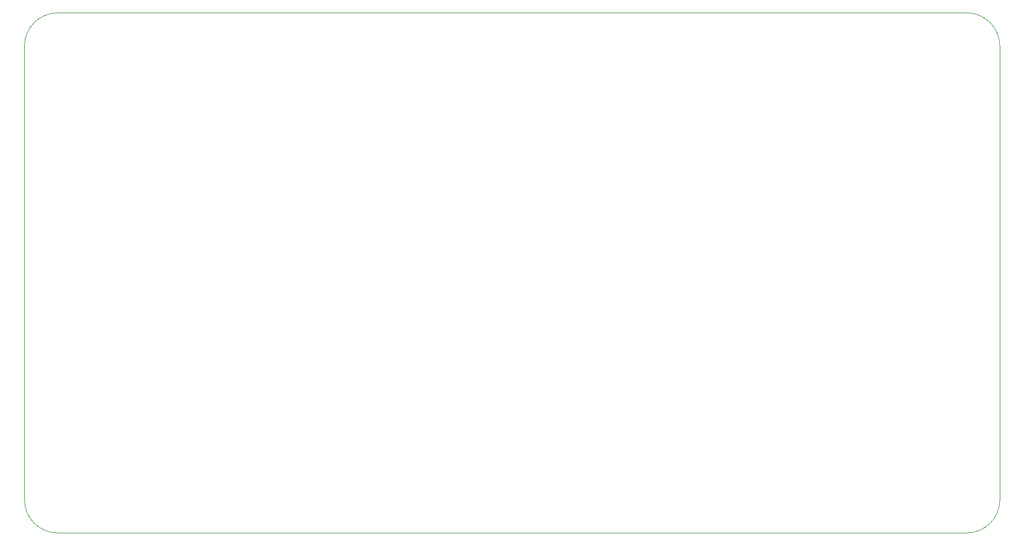
<source format=gbr>
G04*
G04 #@! TF.GenerationSoftware,Altium Limited,Altium Designer,25.1.2 (22)*
G04*
G04 Layer_Color=0*
%FSLAX44Y44*%
%MOMM*%
G71*
G04*
G04 #@! TF.SameCoordinates,570CD7C3-0CC6-4732-88E4-A0A25D5D6109*
G04*
G04*
G04 #@! TF.FilePolarity,Positive*
G04*
G01*
G75*
%ADD122C,0.0254*%
D122*
X151000Y99998D02*
G02*
X99998Y151000I0J51002D01*
G01*
X99997Y849000D01*
X100000D01*
D02*
G02*
X151003Y900003I51002J0D01*
G01*
X151005Y900000D01*
X1548995D01*
X1548997Y900003D01*
D02*
G02*
X1600000Y849000I0J-51002D01*
G01*
X1600000Y594000D01*
X1600000Y201250D01*
Y150500D01*
D02*
G02*
X1549000Y99998I-51000J500D01*
G01*
X151000Y99998D01*
M02*

</source>
